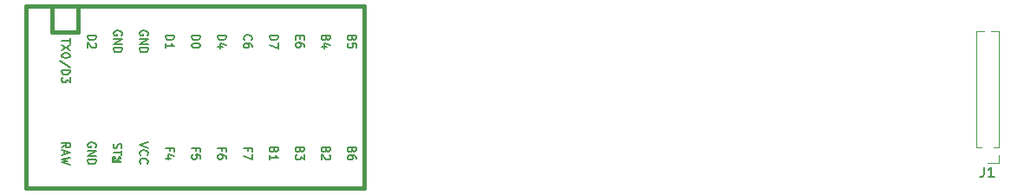
<source format=gbr>
%TF.GenerationSoftware,KiCad,Pcbnew,5.99.0+really5.1.10+dfsg1-1*%
%TF.CreationDate,2021-05-25T02:09:24-04:00*%
%TF.ProjectId,5x1,3578312e-6b69-4636-9164-5f7063625858,rev?*%
%TF.SameCoordinates,Original*%
%TF.FileFunction,Legend,Top*%
%TF.FilePolarity,Positive*%
%FSLAX46Y46*%
G04 Gerber Fmt 4.6, Leading zero omitted, Abs format (unit mm)*
G04 Created by KiCad (PCBNEW 5.99.0+really5.1.10+dfsg1-1) date 2021-05-25 02:09:24*
%MOMM*%
%LPD*%
G01*
G04 APERTURE LIST*
%ADD10C,0.120000*%
%ADD11C,0.381000*%
%ADD12C,0.150000*%
G04 APERTURE END LIST*
D10*
%TO.C,J1*%
X94963000Y-3051500D02*
X94160530Y-3051500D01*
X93545470Y-3051500D02*
X92743000Y-3051500D01*
X94963000Y-14416500D02*
X94963000Y-3051500D01*
X92743000Y-14416500D02*
X92743000Y-3051500D01*
X94963000Y-14416500D02*
X94416471Y-14416500D01*
X93289529Y-14416500D02*
X92743000Y-14416500D01*
X94963000Y-15176500D02*
X94963000Y-15936500D01*
X94963000Y-15936500D02*
X93853000Y-15936500D01*
D11*
%TO.C,U1*%
X5080000Y-3175000D02*
X5080000Y-635000D01*
X2540000Y-3175000D02*
X5080000Y-3175000D01*
D12*
G36*
X8829030Y-15569635D02*
G01*
X8929030Y-15569635D01*
X8929030Y-15669635D01*
X8829030Y-15669635D01*
X8829030Y-15569635D01*
G37*
X8829030Y-15569635D02*
X8929030Y-15569635D01*
X8929030Y-15669635D01*
X8829030Y-15669635D01*
X8829030Y-15569635D01*
G36*
X8429030Y-15769635D02*
G01*
X9229030Y-15769635D01*
X9229030Y-15869635D01*
X8429030Y-15869635D01*
X8429030Y-15769635D01*
G37*
X8429030Y-15769635D02*
X9229030Y-15769635D01*
X9229030Y-15869635D01*
X8429030Y-15869635D01*
X8429030Y-15769635D01*
G36*
X9029030Y-15369635D02*
G01*
X9229030Y-15369635D01*
X9229030Y-15469635D01*
X9029030Y-15469635D01*
X9029030Y-15369635D01*
G37*
X9029030Y-15369635D02*
X9229030Y-15369635D01*
X9229030Y-15469635D01*
X9029030Y-15469635D01*
X9029030Y-15369635D01*
G36*
X8429030Y-15369635D02*
G01*
X8729030Y-15369635D01*
X8729030Y-15469635D01*
X8429030Y-15469635D01*
X8429030Y-15369635D01*
G37*
X8429030Y-15369635D02*
X8729030Y-15369635D01*
X8729030Y-15469635D01*
X8429030Y-15469635D01*
X8429030Y-15369635D01*
G36*
X8429030Y-15369635D02*
G01*
X8529030Y-15369635D01*
X8529030Y-15869635D01*
X8429030Y-15869635D01*
X8429030Y-15369635D01*
G37*
X8429030Y-15369635D02*
X8529030Y-15369635D01*
X8529030Y-15869635D01*
X8429030Y-15869635D01*
X8429030Y-15369635D01*
D11*
X33020000Y-18415000D02*
X0Y-18415000D01*
X33020000Y-635000D02*
X33020000Y-18415000D01*
X0Y-635000D02*
X33020000Y-635000D01*
X0Y-18415000D02*
X0Y-635000D01*
X2540000Y-3175000D02*
X2540000Y-635000D01*
%TO.C,J1*%
D12*
X93519666Y-16323880D02*
X93519666Y-17038166D01*
X93472047Y-17181023D01*
X93376809Y-17276261D01*
X93233952Y-17323880D01*
X93138714Y-17323880D01*
X94519666Y-17323880D02*
X93948238Y-17323880D01*
X94233952Y-17323880D02*
X94233952Y-16323880D01*
X94138714Y-16466738D01*
X94043476Y-16561976D01*
X93948238Y-16609595D01*
%TO.C,U1*%
X8546190Y-14031666D02*
X8508095Y-14145952D01*
X8508095Y-14336428D01*
X8546190Y-14412619D01*
X8584285Y-14450714D01*
X8660476Y-14488809D01*
X8736666Y-14488809D01*
X8812857Y-14450714D01*
X8850952Y-14412619D01*
X8889047Y-14336428D01*
X8927142Y-14184047D01*
X8965238Y-14107857D01*
X9003333Y-14069761D01*
X9079523Y-14031666D01*
X9155714Y-14031666D01*
X9231904Y-14069761D01*
X9270000Y-14107857D01*
X9308095Y-14184047D01*
X9308095Y-14374523D01*
X9270000Y-14488809D01*
X9308095Y-14717380D02*
X9308095Y-15174523D01*
X8508095Y-14945952D02*
X9308095Y-14945952D01*
X4248095Y-3762651D02*
X4248095Y-4219794D01*
X3448095Y-3991223D02*
X4248095Y-3991223D01*
X4248095Y-4410270D02*
X3448095Y-4943604D01*
X4248095Y-4943604D02*
X3448095Y-4410270D01*
X4248095Y-5400747D02*
X4248095Y-5476937D01*
X4210000Y-5553128D01*
X4171904Y-5591223D01*
X4095714Y-5629318D01*
X3943333Y-5667413D01*
X3752857Y-5667413D01*
X3600476Y-5629318D01*
X3524285Y-5591223D01*
X3486190Y-5553128D01*
X3448095Y-5476937D01*
X3448095Y-5400747D01*
X3486190Y-5324556D01*
X3524285Y-5286461D01*
X3600476Y-5248366D01*
X3752857Y-5210270D01*
X3943333Y-5210270D01*
X4095714Y-5248366D01*
X4171904Y-5286461D01*
X4210000Y-5324556D01*
X4248095Y-5400747D01*
X4286190Y-6581699D02*
X3257619Y-5895985D01*
X3448095Y-6848366D02*
X4248095Y-6848366D01*
X4248095Y-7038842D01*
X4210000Y-7153128D01*
X4133809Y-7229318D01*
X4057619Y-7267413D01*
X3905238Y-7305508D01*
X3790952Y-7305508D01*
X3638571Y-7267413D01*
X3562380Y-7229318D01*
X3486190Y-7153128D01*
X3448095Y-7038842D01*
X3448095Y-6848366D01*
X4248095Y-7572175D02*
X4248095Y-8067413D01*
X3943333Y-7800747D01*
X3943333Y-7915032D01*
X3905238Y-7991223D01*
X3867142Y-8029318D01*
X3790952Y-8067413D01*
X3600476Y-8067413D01*
X3524285Y-8029318D01*
X3486190Y-7991223D01*
X3448095Y-7915032D01*
X3448095Y-7686461D01*
X3486190Y-7610270D01*
X3524285Y-7572175D01*
X29267142Y-14662190D02*
X29229047Y-14776476D01*
X29190952Y-14814571D01*
X29114761Y-14852666D01*
X29000476Y-14852666D01*
X28924285Y-14814571D01*
X28886190Y-14776476D01*
X28848095Y-14700285D01*
X28848095Y-14395523D01*
X29648095Y-14395523D01*
X29648095Y-14662190D01*
X29610000Y-14738380D01*
X29571904Y-14776476D01*
X29495714Y-14814571D01*
X29419523Y-14814571D01*
X29343333Y-14776476D01*
X29305238Y-14738380D01*
X29267142Y-14662190D01*
X29267142Y-14395523D01*
X29571904Y-15157428D02*
X29610000Y-15195523D01*
X29648095Y-15271714D01*
X29648095Y-15462190D01*
X29610000Y-15538380D01*
X29571904Y-15576476D01*
X29495714Y-15614571D01*
X29419523Y-15614571D01*
X29305238Y-15576476D01*
X28848095Y-15119333D01*
X28848095Y-15614571D01*
X21647142Y-14719333D02*
X21647142Y-14452666D01*
X21228095Y-14452666D02*
X22028095Y-14452666D01*
X22028095Y-14833619D01*
X22028095Y-15062190D02*
X22028095Y-15595523D01*
X21228095Y-15252666D01*
X19107142Y-14719333D02*
X19107142Y-14452666D01*
X18688095Y-14452666D02*
X19488095Y-14452666D01*
X19488095Y-14833619D01*
X19488095Y-15481238D02*
X19488095Y-15328857D01*
X19450000Y-15252666D01*
X19411904Y-15214571D01*
X19297619Y-15138380D01*
X19145238Y-15100285D01*
X18840476Y-15100285D01*
X18764285Y-15138380D01*
X18726190Y-15176476D01*
X18688095Y-15252666D01*
X18688095Y-15405047D01*
X18726190Y-15481238D01*
X18764285Y-15519333D01*
X18840476Y-15557428D01*
X19030952Y-15557428D01*
X19107142Y-15519333D01*
X19145238Y-15481238D01*
X19183333Y-15405047D01*
X19183333Y-15252666D01*
X19145238Y-15176476D01*
X19107142Y-15138380D01*
X19030952Y-15100285D01*
X16567142Y-14719333D02*
X16567142Y-14452666D01*
X16148095Y-14452666D02*
X16948095Y-14452666D01*
X16948095Y-14833619D01*
X16948095Y-15519333D02*
X16948095Y-15138380D01*
X16567142Y-15100285D01*
X16605238Y-15138380D01*
X16643333Y-15214571D01*
X16643333Y-15405047D01*
X16605238Y-15481238D01*
X16567142Y-15519333D01*
X16490952Y-15557428D01*
X16300476Y-15557428D01*
X16224285Y-15519333D01*
X16186190Y-15481238D01*
X16148095Y-15405047D01*
X16148095Y-15214571D01*
X16186190Y-15138380D01*
X16224285Y-15100285D01*
X3448095Y-14433619D02*
X3829047Y-14166952D01*
X3448095Y-13976476D02*
X4248095Y-13976476D01*
X4248095Y-14281238D01*
X4210000Y-14357428D01*
X4171904Y-14395523D01*
X4095714Y-14433619D01*
X3981428Y-14433619D01*
X3905238Y-14395523D01*
X3867142Y-14357428D01*
X3829047Y-14281238D01*
X3829047Y-13976476D01*
X3676666Y-14738380D02*
X3676666Y-15119333D01*
X3448095Y-14662190D02*
X4248095Y-14928857D01*
X3448095Y-15195523D01*
X4248095Y-15386000D02*
X3448095Y-15576476D01*
X4019523Y-15728857D01*
X3448095Y-15881238D01*
X4248095Y-16071714D01*
X6750000Y-14376476D02*
X6788095Y-14300285D01*
X6788095Y-14186000D01*
X6750000Y-14071714D01*
X6673809Y-13995523D01*
X6597619Y-13957428D01*
X6445238Y-13919333D01*
X6330952Y-13919333D01*
X6178571Y-13957428D01*
X6102380Y-13995523D01*
X6026190Y-14071714D01*
X5988095Y-14186000D01*
X5988095Y-14262190D01*
X6026190Y-14376476D01*
X6064285Y-14414571D01*
X6330952Y-14414571D01*
X6330952Y-14262190D01*
X5988095Y-14757428D02*
X6788095Y-14757428D01*
X5988095Y-15214571D01*
X6788095Y-15214571D01*
X5988095Y-15595523D02*
X6788095Y-15595523D01*
X6788095Y-15786000D01*
X6750000Y-15900285D01*
X6673809Y-15976476D01*
X6597619Y-16014571D01*
X6445238Y-16052666D01*
X6330952Y-16052666D01*
X6178571Y-16014571D01*
X6102380Y-15976476D01*
X6026190Y-15900285D01*
X5988095Y-15786000D01*
X5988095Y-15595523D01*
X11868095Y-13919333D02*
X11068095Y-14186000D01*
X11868095Y-14452666D01*
X11144285Y-15176476D02*
X11106190Y-15138380D01*
X11068095Y-15024095D01*
X11068095Y-14947904D01*
X11106190Y-14833619D01*
X11182380Y-14757428D01*
X11258571Y-14719333D01*
X11410952Y-14681238D01*
X11525238Y-14681238D01*
X11677619Y-14719333D01*
X11753809Y-14757428D01*
X11830000Y-14833619D01*
X11868095Y-14947904D01*
X11868095Y-15024095D01*
X11830000Y-15138380D01*
X11791904Y-15176476D01*
X11144285Y-15976476D02*
X11106190Y-15938380D01*
X11068095Y-15824095D01*
X11068095Y-15747904D01*
X11106190Y-15633619D01*
X11182380Y-15557428D01*
X11258571Y-15519333D01*
X11410952Y-15481238D01*
X11525238Y-15481238D01*
X11677619Y-15519333D01*
X11753809Y-15557428D01*
X11830000Y-15633619D01*
X11868095Y-15747904D01*
X11868095Y-15824095D01*
X11830000Y-15938380D01*
X11791904Y-15976476D01*
X14027142Y-14719333D02*
X14027142Y-14452666D01*
X13608095Y-14452666D02*
X14408095Y-14452666D01*
X14408095Y-14833619D01*
X14141428Y-15481238D02*
X13608095Y-15481238D01*
X14446190Y-15290761D02*
X13874761Y-15100285D01*
X13874761Y-15595523D01*
X24187142Y-14662190D02*
X24149047Y-14776476D01*
X24110952Y-14814571D01*
X24034761Y-14852666D01*
X23920476Y-14852666D01*
X23844285Y-14814571D01*
X23806190Y-14776476D01*
X23768095Y-14700285D01*
X23768095Y-14395523D01*
X24568095Y-14395523D01*
X24568095Y-14662190D01*
X24530000Y-14738380D01*
X24491904Y-14776476D01*
X24415714Y-14814571D01*
X24339523Y-14814571D01*
X24263333Y-14776476D01*
X24225238Y-14738380D01*
X24187142Y-14662190D01*
X24187142Y-14395523D01*
X23768095Y-15614571D02*
X23768095Y-15157428D01*
X23768095Y-15386000D02*
X24568095Y-15386000D01*
X24453809Y-15309809D01*
X24377619Y-15233619D01*
X24339523Y-15157428D01*
X26727142Y-14662190D02*
X26689047Y-14776476D01*
X26650952Y-14814571D01*
X26574761Y-14852666D01*
X26460476Y-14852666D01*
X26384285Y-14814571D01*
X26346190Y-14776476D01*
X26308095Y-14700285D01*
X26308095Y-14395523D01*
X27108095Y-14395523D01*
X27108095Y-14662190D01*
X27070000Y-14738380D01*
X27031904Y-14776476D01*
X26955714Y-14814571D01*
X26879523Y-14814571D01*
X26803333Y-14776476D01*
X26765238Y-14738380D01*
X26727142Y-14662190D01*
X26727142Y-14395523D01*
X27108095Y-15119333D02*
X27108095Y-15614571D01*
X26803333Y-15347904D01*
X26803333Y-15462190D01*
X26765238Y-15538380D01*
X26727142Y-15576476D01*
X26650952Y-15614571D01*
X26460476Y-15614571D01*
X26384285Y-15576476D01*
X26346190Y-15538380D01*
X26308095Y-15462190D01*
X26308095Y-15233619D01*
X26346190Y-15157428D01*
X26384285Y-15119333D01*
X31807142Y-14662190D02*
X31769047Y-14776476D01*
X31730952Y-14814571D01*
X31654761Y-14852666D01*
X31540476Y-14852666D01*
X31464285Y-14814571D01*
X31426190Y-14776476D01*
X31388095Y-14700285D01*
X31388095Y-14395523D01*
X32188095Y-14395523D01*
X32188095Y-14662190D01*
X32150000Y-14738380D01*
X32111904Y-14776476D01*
X32035714Y-14814571D01*
X31959523Y-14814571D01*
X31883333Y-14776476D01*
X31845238Y-14738380D01*
X31807142Y-14662190D01*
X31807142Y-14395523D01*
X32188095Y-15538380D02*
X32188095Y-15386000D01*
X32150000Y-15309809D01*
X32111904Y-15271714D01*
X31997619Y-15195523D01*
X31845238Y-15157428D01*
X31540476Y-15157428D01*
X31464285Y-15195523D01*
X31426190Y-15233619D01*
X31388095Y-15309809D01*
X31388095Y-15462190D01*
X31426190Y-15538380D01*
X31464285Y-15576476D01*
X31540476Y-15614571D01*
X31730952Y-15614571D01*
X31807142Y-15576476D01*
X31845238Y-15538380D01*
X31883333Y-15462190D01*
X31883333Y-15309809D01*
X31845238Y-15233619D01*
X31807142Y-15195523D01*
X31730952Y-15157428D01*
X31807142Y-3740190D02*
X31769047Y-3854476D01*
X31730952Y-3892571D01*
X31654761Y-3930666D01*
X31540476Y-3930666D01*
X31464285Y-3892571D01*
X31426190Y-3854476D01*
X31388095Y-3778285D01*
X31388095Y-3473523D01*
X32188095Y-3473523D01*
X32188095Y-3740190D01*
X32150000Y-3816380D01*
X32111904Y-3854476D01*
X32035714Y-3892571D01*
X31959523Y-3892571D01*
X31883333Y-3854476D01*
X31845238Y-3816380D01*
X31807142Y-3740190D01*
X31807142Y-3473523D01*
X32188095Y-4654476D02*
X32188095Y-4273523D01*
X31807142Y-4235428D01*
X31845238Y-4273523D01*
X31883333Y-4349714D01*
X31883333Y-4540190D01*
X31845238Y-4616380D01*
X31807142Y-4654476D01*
X31730952Y-4692571D01*
X31540476Y-4692571D01*
X31464285Y-4654476D01*
X31426190Y-4616380D01*
X31388095Y-4540190D01*
X31388095Y-4349714D01*
X31426190Y-4273523D01*
X31464285Y-4235428D01*
X29267142Y-3740190D02*
X29229047Y-3854476D01*
X29190952Y-3892571D01*
X29114761Y-3930666D01*
X29000476Y-3930666D01*
X28924285Y-3892571D01*
X28886190Y-3854476D01*
X28848095Y-3778285D01*
X28848095Y-3473523D01*
X29648095Y-3473523D01*
X29648095Y-3740190D01*
X29610000Y-3816380D01*
X29571904Y-3854476D01*
X29495714Y-3892571D01*
X29419523Y-3892571D01*
X29343333Y-3854476D01*
X29305238Y-3816380D01*
X29267142Y-3740190D01*
X29267142Y-3473523D01*
X29381428Y-4616380D02*
X28848095Y-4616380D01*
X29686190Y-4425904D02*
X29114761Y-4235428D01*
X29114761Y-4730666D01*
X26727142Y-3511619D02*
X26727142Y-3778285D01*
X26308095Y-3892571D02*
X26308095Y-3511619D01*
X27108095Y-3511619D01*
X27108095Y-3892571D01*
X27108095Y-4578285D02*
X27108095Y-4425904D01*
X27070000Y-4349714D01*
X27031904Y-4311619D01*
X26917619Y-4235428D01*
X26765238Y-4197333D01*
X26460476Y-4197333D01*
X26384285Y-4235428D01*
X26346190Y-4273523D01*
X26308095Y-4349714D01*
X26308095Y-4502095D01*
X26346190Y-4578285D01*
X26384285Y-4616380D01*
X26460476Y-4654476D01*
X26650952Y-4654476D01*
X26727142Y-4616380D01*
X26765238Y-4578285D01*
X26803333Y-4502095D01*
X26803333Y-4349714D01*
X26765238Y-4273523D01*
X26727142Y-4235428D01*
X26650952Y-4197333D01*
X23768095Y-3473523D02*
X24568095Y-3473523D01*
X24568095Y-3664000D01*
X24530000Y-3778285D01*
X24453809Y-3854476D01*
X24377619Y-3892571D01*
X24225238Y-3930666D01*
X24110952Y-3930666D01*
X23958571Y-3892571D01*
X23882380Y-3854476D01*
X23806190Y-3778285D01*
X23768095Y-3664000D01*
X23768095Y-3473523D01*
X24568095Y-4197333D02*
X24568095Y-4730666D01*
X23768095Y-4387809D01*
X21304285Y-3930666D02*
X21266190Y-3892571D01*
X21228095Y-3778285D01*
X21228095Y-3702095D01*
X21266190Y-3587809D01*
X21342380Y-3511619D01*
X21418571Y-3473523D01*
X21570952Y-3435428D01*
X21685238Y-3435428D01*
X21837619Y-3473523D01*
X21913809Y-3511619D01*
X21990000Y-3587809D01*
X22028095Y-3702095D01*
X22028095Y-3778285D01*
X21990000Y-3892571D01*
X21951904Y-3930666D01*
X22028095Y-4616380D02*
X22028095Y-4464000D01*
X21990000Y-4387809D01*
X21951904Y-4349714D01*
X21837619Y-4273523D01*
X21685238Y-4235428D01*
X21380476Y-4235428D01*
X21304285Y-4273523D01*
X21266190Y-4311619D01*
X21228095Y-4387809D01*
X21228095Y-4540190D01*
X21266190Y-4616380D01*
X21304285Y-4654476D01*
X21380476Y-4692571D01*
X21570952Y-4692571D01*
X21647142Y-4654476D01*
X21685238Y-4616380D01*
X21723333Y-4540190D01*
X21723333Y-4387809D01*
X21685238Y-4311619D01*
X21647142Y-4273523D01*
X21570952Y-4235428D01*
X18688095Y-3473523D02*
X19488095Y-3473523D01*
X19488095Y-3664000D01*
X19450000Y-3778285D01*
X19373809Y-3854476D01*
X19297619Y-3892571D01*
X19145238Y-3930666D01*
X19030952Y-3930666D01*
X18878571Y-3892571D01*
X18802380Y-3854476D01*
X18726190Y-3778285D01*
X18688095Y-3664000D01*
X18688095Y-3473523D01*
X19221428Y-4616380D02*
X18688095Y-4616380D01*
X19526190Y-4425904D02*
X18954761Y-4235428D01*
X18954761Y-4730666D01*
X9290000Y-3454476D02*
X9328095Y-3378285D01*
X9328095Y-3264000D01*
X9290000Y-3149714D01*
X9213809Y-3073523D01*
X9137619Y-3035428D01*
X8985238Y-2997333D01*
X8870952Y-2997333D01*
X8718571Y-3035428D01*
X8642380Y-3073523D01*
X8566190Y-3149714D01*
X8528095Y-3264000D01*
X8528095Y-3340190D01*
X8566190Y-3454476D01*
X8604285Y-3492571D01*
X8870952Y-3492571D01*
X8870952Y-3340190D01*
X8528095Y-3835428D02*
X9328095Y-3835428D01*
X8528095Y-4292571D01*
X9328095Y-4292571D01*
X8528095Y-4673523D02*
X9328095Y-4673523D01*
X9328095Y-4864000D01*
X9290000Y-4978285D01*
X9213809Y-5054476D01*
X9137619Y-5092571D01*
X8985238Y-5130666D01*
X8870952Y-5130666D01*
X8718571Y-5092571D01*
X8642380Y-5054476D01*
X8566190Y-4978285D01*
X8528095Y-4864000D01*
X8528095Y-4673523D01*
X11830000Y-3454476D02*
X11868095Y-3378285D01*
X11868095Y-3264000D01*
X11830000Y-3149714D01*
X11753809Y-3073523D01*
X11677619Y-3035428D01*
X11525238Y-2997333D01*
X11410952Y-2997333D01*
X11258571Y-3035428D01*
X11182380Y-3073523D01*
X11106190Y-3149714D01*
X11068095Y-3264000D01*
X11068095Y-3340190D01*
X11106190Y-3454476D01*
X11144285Y-3492571D01*
X11410952Y-3492571D01*
X11410952Y-3340190D01*
X11068095Y-3835428D02*
X11868095Y-3835428D01*
X11068095Y-4292571D01*
X11868095Y-4292571D01*
X11068095Y-4673523D02*
X11868095Y-4673523D01*
X11868095Y-4864000D01*
X11830000Y-4978285D01*
X11753809Y-5054476D01*
X11677619Y-5092571D01*
X11525238Y-5130666D01*
X11410952Y-5130666D01*
X11258571Y-5092571D01*
X11182380Y-5054476D01*
X11106190Y-4978285D01*
X11068095Y-4864000D01*
X11068095Y-4673523D01*
X13608095Y-3473523D02*
X14408095Y-3473523D01*
X14408095Y-3664000D01*
X14370000Y-3778285D01*
X14293809Y-3854476D01*
X14217619Y-3892571D01*
X14065238Y-3930666D01*
X13950952Y-3930666D01*
X13798571Y-3892571D01*
X13722380Y-3854476D01*
X13646190Y-3778285D01*
X13608095Y-3664000D01*
X13608095Y-3473523D01*
X13608095Y-4692571D02*
X13608095Y-4235428D01*
X13608095Y-4464000D02*
X14408095Y-4464000D01*
X14293809Y-4387809D01*
X14217619Y-4311619D01*
X14179523Y-4235428D01*
X16148095Y-3473523D02*
X16948095Y-3473523D01*
X16948095Y-3664000D01*
X16910000Y-3778285D01*
X16833809Y-3854476D01*
X16757619Y-3892571D01*
X16605238Y-3930666D01*
X16490952Y-3930666D01*
X16338571Y-3892571D01*
X16262380Y-3854476D01*
X16186190Y-3778285D01*
X16148095Y-3664000D01*
X16148095Y-3473523D01*
X16948095Y-4425904D02*
X16948095Y-4502095D01*
X16910000Y-4578285D01*
X16871904Y-4616380D01*
X16795714Y-4654476D01*
X16643333Y-4692571D01*
X16452857Y-4692571D01*
X16300476Y-4654476D01*
X16224285Y-4616380D01*
X16186190Y-4578285D01*
X16148095Y-4502095D01*
X16148095Y-4425904D01*
X16186190Y-4349714D01*
X16224285Y-4311619D01*
X16300476Y-4273523D01*
X16452857Y-4235428D01*
X16643333Y-4235428D01*
X16795714Y-4273523D01*
X16871904Y-4311619D01*
X16910000Y-4349714D01*
X16948095Y-4425904D01*
X5988095Y-3473523D02*
X6788095Y-3473523D01*
X6788095Y-3664000D01*
X6750000Y-3778285D01*
X6673809Y-3854476D01*
X6597619Y-3892571D01*
X6445238Y-3930666D01*
X6330952Y-3930666D01*
X6178571Y-3892571D01*
X6102380Y-3854476D01*
X6026190Y-3778285D01*
X5988095Y-3664000D01*
X5988095Y-3473523D01*
X6711904Y-4235428D02*
X6750000Y-4273523D01*
X6788095Y-4349714D01*
X6788095Y-4540190D01*
X6750000Y-4616380D01*
X6711904Y-4654476D01*
X6635714Y-4692571D01*
X6559523Y-4692571D01*
X6445238Y-4654476D01*
X5988095Y-4197333D01*
X5988095Y-4692571D01*
%TD*%
M02*

</source>
